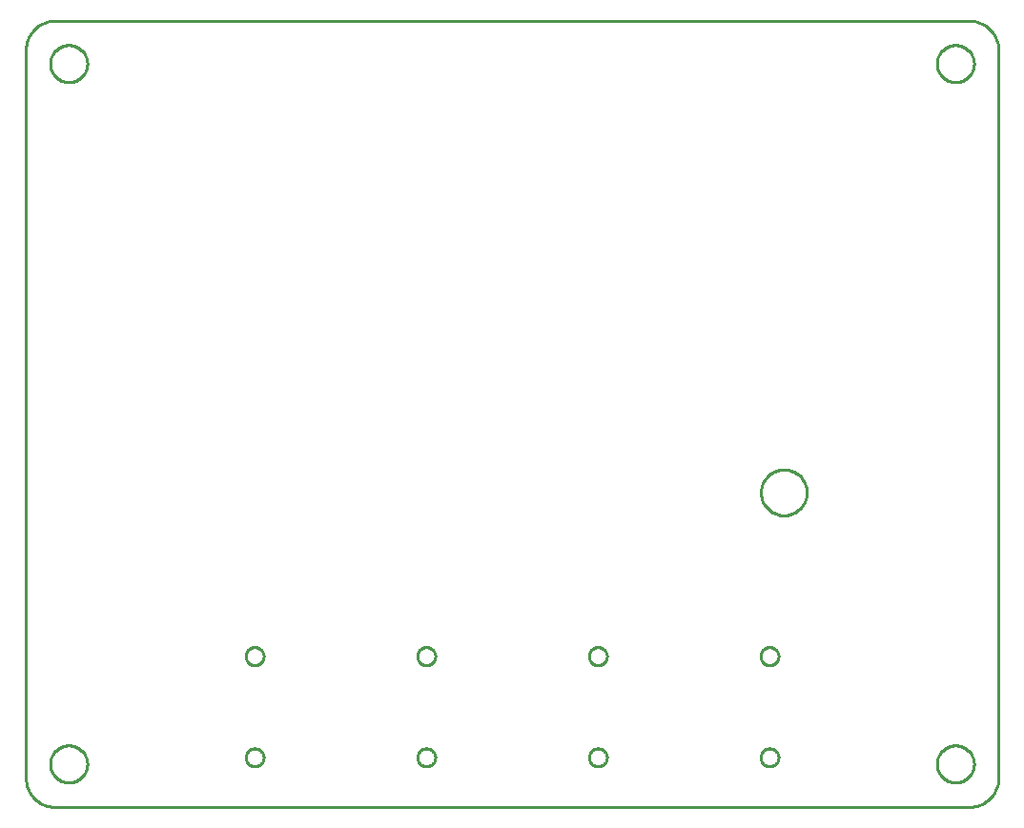
<source format=gbr>
G04 EAGLE Gerber RS-274X export*
G75*
%MOMM*%
%FSLAX34Y34*%
%LPD*%
%IN*%
%IPPOS*%
%AMOC8*
5,1,8,0,0,1.08239X$1,22.5*%
G01*
%ADD10C,0.254000*%


D10*
X0Y25400D02*
X97Y23186D01*
X386Y20989D01*
X865Y18826D01*
X1532Y16713D01*
X2380Y14666D01*
X3403Y12700D01*
X4594Y10831D01*
X5942Y9073D01*
X7440Y7440D01*
X9073Y5942D01*
X10831Y4594D01*
X12700Y3403D01*
X14666Y2380D01*
X16713Y1532D01*
X18826Y865D01*
X20989Y386D01*
X23186Y97D01*
X25400Y0D01*
X838200Y0D01*
X840414Y97D01*
X842611Y386D01*
X844774Y865D01*
X846887Y1532D01*
X848935Y2380D01*
X850900Y3403D01*
X852769Y4594D01*
X854527Y5942D01*
X856161Y7440D01*
X857658Y9073D01*
X859006Y10831D01*
X860197Y12700D01*
X861220Y14666D01*
X862068Y16713D01*
X862735Y18826D01*
X863214Y20989D01*
X863503Y23186D01*
X863600Y25400D01*
X863600Y673100D01*
X863503Y675314D01*
X863214Y677511D01*
X862735Y679674D01*
X862068Y681787D01*
X861220Y683835D01*
X860197Y685800D01*
X859006Y687669D01*
X857658Y689427D01*
X856161Y691061D01*
X854527Y692558D01*
X852769Y693906D01*
X850900Y695097D01*
X848935Y696120D01*
X846887Y696968D01*
X844774Y697635D01*
X842611Y698114D01*
X840414Y698403D01*
X838200Y698500D01*
X25400Y698500D01*
X23186Y698403D01*
X20989Y698114D01*
X18826Y697635D01*
X16713Y696968D01*
X14666Y696120D01*
X12700Y695097D01*
X10831Y693906D01*
X9073Y692558D01*
X7440Y691061D01*
X5942Y689427D01*
X4594Y687669D01*
X3403Y685800D01*
X2380Y683835D01*
X1532Y681787D01*
X865Y679674D01*
X386Y677511D01*
X97Y675314D01*
X0Y673100D01*
X0Y25400D01*
X693420Y278786D02*
X693346Y277560D01*
X693198Y276341D01*
X692976Y275133D01*
X692683Y273941D01*
X692317Y272769D01*
X691882Y271620D01*
X691378Y270501D01*
X690807Y269413D01*
X690172Y268362D01*
X689474Y267352D01*
X688717Y266385D01*
X687903Y265466D01*
X687034Y264597D01*
X686115Y263783D01*
X685148Y263026D01*
X684138Y262328D01*
X683087Y261693D01*
X682000Y261122D01*
X680880Y260618D01*
X679731Y260183D01*
X678559Y259817D01*
X677367Y259524D01*
X676159Y259302D01*
X674940Y259154D01*
X673714Y259080D01*
X672486Y259080D01*
X671260Y259154D01*
X670041Y259302D01*
X668833Y259524D01*
X667641Y259817D01*
X666469Y260183D01*
X665320Y260618D01*
X664201Y261122D01*
X663113Y261693D01*
X662062Y262328D01*
X661052Y263026D01*
X660085Y263783D01*
X659166Y264597D01*
X658297Y265466D01*
X657483Y266385D01*
X656726Y267352D01*
X656028Y268362D01*
X655393Y269413D01*
X654822Y270501D01*
X654318Y271620D01*
X653883Y272769D01*
X653517Y273941D01*
X653224Y275133D01*
X653002Y276341D01*
X652854Y277560D01*
X652780Y278786D01*
X652780Y280014D01*
X652854Y281240D01*
X653002Y282459D01*
X653224Y283667D01*
X653517Y284859D01*
X653883Y286031D01*
X654318Y287180D01*
X654822Y288300D01*
X655393Y289387D01*
X656028Y290438D01*
X656726Y291448D01*
X657483Y292415D01*
X658297Y293334D01*
X659166Y294203D01*
X660085Y295017D01*
X661052Y295774D01*
X662062Y296472D01*
X663113Y297107D01*
X664201Y297678D01*
X665320Y298182D01*
X666469Y298617D01*
X667641Y298983D01*
X668833Y299276D01*
X670041Y299498D01*
X671260Y299646D01*
X672486Y299720D01*
X673714Y299720D01*
X674940Y299646D01*
X676159Y299498D01*
X677367Y299276D01*
X678559Y298983D01*
X679731Y298617D01*
X680880Y298182D01*
X682000Y297678D01*
X683087Y297107D01*
X684138Y296472D01*
X685148Y295774D01*
X686115Y295017D01*
X687034Y294203D01*
X687903Y293334D01*
X688717Y292415D01*
X689474Y291448D01*
X690172Y290438D01*
X690807Y289387D01*
X691378Y288300D01*
X691882Y287180D01*
X692317Y286031D01*
X692683Y284859D01*
X692976Y283667D01*
X693198Y282459D01*
X693346Y281240D01*
X693420Y280014D01*
X693420Y278786D01*
X842010Y37560D02*
X841939Y36481D01*
X841798Y35409D01*
X841587Y34349D01*
X841308Y33305D01*
X840960Y32281D01*
X840546Y31283D01*
X840068Y30313D01*
X839528Y29377D01*
X838927Y28478D01*
X838269Y27621D01*
X837557Y26808D01*
X836792Y26044D01*
X835979Y25331D01*
X835122Y24673D01*
X834223Y24072D01*
X833287Y23532D01*
X832317Y23054D01*
X831319Y22640D01*
X830295Y22292D01*
X829251Y22013D01*
X828191Y21802D01*
X827119Y21661D01*
X826040Y21590D01*
X824960Y21590D01*
X823881Y21661D01*
X822809Y21802D01*
X821749Y22013D01*
X820705Y22292D01*
X819681Y22640D01*
X818683Y23054D01*
X817713Y23532D01*
X816777Y24072D01*
X815878Y24673D01*
X815021Y25331D01*
X814208Y26044D01*
X813444Y26808D01*
X812731Y27621D01*
X812073Y28478D01*
X811472Y29377D01*
X810932Y30313D01*
X810454Y31283D01*
X810040Y32281D01*
X809692Y33305D01*
X809413Y34349D01*
X809202Y35409D01*
X809061Y36481D01*
X808990Y37560D01*
X808990Y38640D01*
X809061Y39719D01*
X809202Y40791D01*
X809413Y41851D01*
X809692Y42895D01*
X810040Y43919D01*
X810454Y44917D01*
X810932Y45887D01*
X811472Y46823D01*
X812073Y47722D01*
X812731Y48579D01*
X813444Y49392D01*
X814208Y50157D01*
X815021Y50869D01*
X815878Y51527D01*
X816777Y52128D01*
X817713Y52668D01*
X818683Y53146D01*
X819681Y53560D01*
X820705Y53908D01*
X821749Y54187D01*
X822809Y54398D01*
X823881Y54539D01*
X824960Y54610D01*
X826040Y54610D01*
X827119Y54539D01*
X828191Y54398D01*
X829251Y54187D01*
X830295Y53908D01*
X831319Y53560D01*
X832317Y53146D01*
X833287Y52668D01*
X834223Y52128D01*
X835122Y51527D01*
X835979Y50869D01*
X836792Y50157D01*
X837557Y49392D01*
X838269Y48579D01*
X838927Y47722D01*
X839528Y46823D01*
X840068Y45887D01*
X840546Y44917D01*
X840960Y43919D01*
X841308Y42895D01*
X841587Y41851D01*
X841798Y40791D01*
X841939Y39719D01*
X842010Y38640D01*
X842010Y37560D01*
X54610Y659860D02*
X54539Y658781D01*
X54398Y657709D01*
X54187Y656649D01*
X53908Y655605D01*
X53560Y654581D01*
X53146Y653583D01*
X52668Y652613D01*
X52128Y651677D01*
X51527Y650778D01*
X50869Y649921D01*
X50157Y649108D01*
X49392Y648344D01*
X48579Y647631D01*
X47722Y646973D01*
X46823Y646372D01*
X45887Y645832D01*
X44917Y645354D01*
X43919Y644940D01*
X42895Y644592D01*
X41851Y644313D01*
X40791Y644102D01*
X39719Y643961D01*
X38640Y643890D01*
X37560Y643890D01*
X36481Y643961D01*
X35409Y644102D01*
X34349Y644313D01*
X33305Y644592D01*
X32281Y644940D01*
X31283Y645354D01*
X30313Y645832D01*
X29377Y646372D01*
X28478Y646973D01*
X27621Y647631D01*
X26808Y648344D01*
X26044Y649108D01*
X25331Y649921D01*
X24673Y650778D01*
X24072Y651677D01*
X23532Y652613D01*
X23054Y653583D01*
X22640Y654581D01*
X22292Y655605D01*
X22013Y656649D01*
X21802Y657709D01*
X21661Y658781D01*
X21590Y659860D01*
X21590Y660940D01*
X21661Y662019D01*
X21802Y663091D01*
X22013Y664151D01*
X22292Y665195D01*
X22640Y666219D01*
X23054Y667217D01*
X23532Y668187D01*
X24072Y669123D01*
X24673Y670022D01*
X25331Y670879D01*
X26044Y671692D01*
X26808Y672457D01*
X27621Y673169D01*
X28478Y673827D01*
X29377Y674428D01*
X30313Y674968D01*
X31283Y675446D01*
X32281Y675860D01*
X33305Y676208D01*
X34349Y676487D01*
X35409Y676698D01*
X36481Y676839D01*
X37560Y676910D01*
X38640Y676910D01*
X39719Y676839D01*
X40791Y676698D01*
X41851Y676487D01*
X42895Y676208D01*
X43919Y675860D01*
X44917Y675446D01*
X45887Y674968D01*
X46823Y674428D01*
X47722Y673827D01*
X48579Y673169D01*
X49392Y672457D01*
X50157Y671692D01*
X50869Y670879D01*
X51527Y670022D01*
X52128Y669123D01*
X52668Y668187D01*
X53146Y667217D01*
X53560Y666219D01*
X53908Y665195D01*
X54187Y664151D01*
X54398Y663091D01*
X54539Y662019D01*
X54610Y660940D01*
X54610Y659860D01*
X842010Y659860D02*
X841939Y658781D01*
X841798Y657709D01*
X841587Y656649D01*
X841308Y655605D01*
X840960Y654581D01*
X840546Y653583D01*
X840068Y652613D01*
X839528Y651677D01*
X838927Y650778D01*
X838269Y649921D01*
X837557Y649108D01*
X836792Y648344D01*
X835979Y647631D01*
X835122Y646973D01*
X834223Y646372D01*
X833287Y645832D01*
X832317Y645354D01*
X831319Y644940D01*
X830295Y644592D01*
X829251Y644313D01*
X828191Y644102D01*
X827119Y643961D01*
X826040Y643890D01*
X824960Y643890D01*
X823881Y643961D01*
X822809Y644102D01*
X821749Y644313D01*
X820705Y644592D01*
X819681Y644940D01*
X818683Y645354D01*
X817713Y645832D01*
X816777Y646372D01*
X815878Y646973D01*
X815021Y647631D01*
X814208Y648344D01*
X813444Y649108D01*
X812731Y649921D01*
X812073Y650778D01*
X811472Y651677D01*
X810932Y652613D01*
X810454Y653583D01*
X810040Y654581D01*
X809692Y655605D01*
X809413Y656649D01*
X809202Y657709D01*
X809061Y658781D01*
X808990Y659860D01*
X808990Y660940D01*
X809061Y662019D01*
X809202Y663091D01*
X809413Y664151D01*
X809692Y665195D01*
X810040Y666219D01*
X810454Y667217D01*
X810932Y668187D01*
X811472Y669123D01*
X812073Y670022D01*
X812731Y670879D01*
X813444Y671692D01*
X814208Y672457D01*
X815021Y673169D01*
X815878Y673827D01*
X816777Y674428D01*
X817713Y674968D01*
X818683Y675446D01*
X819681Y675860D01*
X820705Y676208D01*
X821749Y676487D01*
X822809Y676698D01*
X823881Y676839D01*
X824960Y676910D01*
X826040Y676910D01*
X827119Y676839D01*
X828191Y676698D01*
X829251Y676487D01*
X830295Y676208D01*
X831319Y675860D01*
X832317Y675446D01*
X833287Y674968D01*
X834223Y674428D01*
X835122Y673827D01*
X835979Y673169D01*
X836792Y672457D01*
X837557Y671692D01*
X838269Y670879D01*
X838927Y670022D01*
X839528Y669123D01*
X840068Y668187D01*
X840546Y667217D01*
X840960Y666219D01*
X841308Y665195D01*
X841587Y664151D01*
X841798Y663091D01*
X841939Y662019D01*
X842010Y660940D01*
X842010Y659860D01*
X54610Y37560D02*
X54539Y36481D01*
X54398Y35409D01*
X54187Y34349D01*
X53908Y33305D01*
X53560Y32281D01*
X53146Y31283D01*
X52668Y30313D01*
X52128Y29377D01*
X51527Y28478D01*
X50869Y27621D01*
X50157Y26808D01*
X49392Y26044D01*
X48579Y25331D01*
X47722Y24673D01*
X46823Y24072D01*
X45887Y23532D01*
X44917Y23054D01*
X43919Y22640D01*
X42895Y22292D01*
X41851Y22013D01*
X40791Y21802D01*
X39719Y21661D01*
X38640Y21590D01*
X37560Y21590D01*
X36481Y21661D01*
X35409Y21802D01*
X34349Y22013D01*
X33305Y22292D01*
X32281Y22640D01*
X31283Y23054D01*
X30313Y23532D01*
X29377Y24072D01*
X28478Y24673D01*
X27621Y25331D01*
X26808Y26044D01*
X26044Y26808D01*
X25331Y27621D01*
X24673Y28478D01*
X24072Y29377D01*
X23532Y30313D01*
X23054Y31283D01*
X22640Y32281D01*
X22292Y33305D01*
X22013Y34349D01*
X21802Y35409D01*
X21661Y36481D01*
X21590Y37560D01*
X21590Y38640D01*
X21661Y39719D01*
X21802Y40791D01*
X22013Y41851D01*
X22292Y42895D01*
X22640Y43919D01*
X23054Y44917D01*
X23532Y45887D01*
X24072Y46823D01*
X24673Y47722D01*
X25331Y48579D01*
X26044Y49392D01*
X26808Y50157D01*
X27621Y50869D01*
X28478Y51527D01*
X29377Y52128D01*
X30313Y52668D01*
X31283Y53146D01*
X32281Y53560D01*
X33305Y53908D01*
X34349Y54187D01*
X35409Y54398D01*
X36481Y54539D01*
X37560Y54610D01*
X38640Y54610D01*
X39719Y54539D01*
X40791Y54398D01*
X41851Y54187D01*
X42895Y53908D01*
X43919Y53560D01*
X44917Y53146D01*
X45887Y52668D01*
X46823Y52128D01*
X47722Y51527D01*
X48579Y50869D01*
X49392Y50157D01*
X50157Y49392D01*
X50869Y48579D01*
X51527Y47722D01*
X52128Y46823D01*
X52668Y45887D01*
X53146Y44917D01*
X53560Y43919D01*
X53908Y42895D01*
X54187Y41851D01*
X54398Y40791D01*
X54539Y39719D01*
X54610Y38640D01*
X54610Y37560D01*
X211200Y133507D02*
X211123Y132725D01*
X210970Y131954D01*
X210741Y131202D01*
X210441Y130475D01*
X210070Y129782D01*
X209633Y129129D01*
X209135Y128521D01*
X208579Y127965D01*
X207971Y127467D01*
X207318Y127030D01*
X206625Y126659D01*
X205898Y126359D01*
X205146Y126130D01*
X204375Y125977D01*
X203593Y125900D01*
X202807Y125900D01*
X202025Y125977D01*
X201254Y126130D01*
X200502Y126359D01*
X199775Y126659D01*
X199082Y127030D01*
X198429Y127467D01*
X197821Y127965D01*
X197265Y128521D01*
X196767Y129129D01*
X196330Y129782D01*
X195959Y130475D01*
X195659Y131202D01*
X195430Y131954D01*
X195277Y132725D01*
X195200Y133507D01*
X195200Y134293D01*
X195277Y135075D01*
X195430Y135846D01*
X195659Y136598D01*
X195959Y137325D01*
X196330Y138018D01*
X196767Y138671D01*
X197265Y139279D01*
X197821Y139835D01*
X198429Y140333D01*
X199082Y140770D01*
X199775Y141141D01*
X200502Y141441D01*
X201254Y141670D01*
X202025Y141823D01*
X202807Y141900D01*
X203593Y141900D01*
X204375Y141823D01*
X205146Y141670D01*
X205898Y141441D01*
X206625Y141141D01*
X207318Y140770D01*
X207971Y140333D01*
X208579Y139835D01*
X209135Y139279D01*
X209633Y138671D01*
X210070Y138018D01*
X210441Y137325D01*
X210741Y136598D01*
X210970Y135846D01*
X211123Y135075D01*
X211200Y134293D01*
X211200Y133507D01*
X211200Y43507D02*
X211123Y42725D01*
X210970Y41954D01*
X210741Y41202D01*
X210441Y40475D01*
X210070Y39782D01*
X209633Y39129D01*
X209135Y38521D01*
X208579Y37965D01*
X207971Y37467D01*
X207318Y37030D01*
X206625Y36659D01*
X205898Y36359D01*
X205146Y36130D01*
X204375Y35977D01*
X203593Y35900D01*
X202807Y35900D01*
X202025Y35977D01*
X201254Y36130D01*
X200502Y36359D01*
X199775Y36659D01*
X199082Y37030D01*
X198429Y37467D01*
X197821Y37965D01*
X197265Y38521D01*
X196767Y39129D01*
X196330Y39782D01*
X195959Y40475D01*
X195659Y41202D01*
X195430Y41954D01*
X195277Y42725D01*
X195200Y43507D01*
X195200Y44293D01*
X195277Y45075D01*
X195430Y45846D01*
X195659Y46598D01*
X195959Y47325D01*
X196330Y48018D01*
X196767Y48671D01*
X197265Y49279D01*
X197821Y49835D01*
X198429Y50333D01*
X199082Y50770D01*
X199775Y51141D01*
X200502Y51441D01*
X201254Y51670D01*
X202025Y51823D01*
X202807Y51900D01*
X203593Y51900D01*
X204375Y51823D01*
X205146Y51670D01*
X205898Y51441D01*
X206625Y51141D01*
X207318Y50770D01*
X207971Y50333D01*
X208579Y49835D01*
X209135Y49279D01*
X209633Y48671D01*
X210070Y48018D01*
X210441Y47325D01*
X210741Y46598D01*
X210970Y45846D01*
X211123Y45075D01*
X211200Y44293D01*
X211200Y43507D01*
X363600Y133507D02*
X363523Y132725D01*
X363370Y131954D01*
X363141Y131202D01*
X362841Y130475D01*
X362470Y129782D01*
X362033Y129129D01*
X361535Y128521D01*
X360979Y127965D01*
X360371Y127467D01*
X359718Y127030D01*
X359025Y126659D01*
X358298Y126359D01*
X357546Y126130D01*
X356775Y125977D01*
X355993Y125900D01*
X355207Y125900D01*
X354425Y125977D01*
X353654Y126130D01*
X352902Y126359D01*
X352175Y126659D01*
X351482Y127030D01*
X350829Y127467D01*
X350221Y127965D01*
X349665Y128521D01*
X349167Y129129D01*
X348730Y129782D01*
X348359Y130475D01*
X348059Y131202D01*
X347830Y131954D01*
X347677Y132725D01*
X347600Y133507D01*
X347600Y134293D01*
X347677Y135075D01*
X347830Y135846D01*
X348059Y136598D01*
X348359Y137325D01*
X348730Y138018D01*
X349167Y138671D01*
X349665Y139279D01*
X350221Y139835D01*
X350829Y140333D01*
X351482Y140770D01*
X352175Y141141D01*
X352902Y141441D01*
X353654Y141670D01*
X354425Y141823D01*
X355207Y141900D01*
X355993Y141900D01*
X356775Y141823D01*
X357546Y141670D01*
X358298Y141441D01*
X359025Y141141D01*
X359718Y140770D01*
X360371Y140333D01*
X360979Y139835D01*
X361535Y139279D01*
X362033Y138671D01*
X362470Y138018D01*
X362841Y137325D01*
X363141Y136598D01*
X363370Y135846D01*
X363523Y135075D01*
X363600Y134293D01*
X363600Y133507D01*
X363600Y43507D02*
X363523Y42725D01*
X363370Y41954D01*
X363141Y41202D01*
X362841Y40475D01*
X362470Y39782D01*
X362033Y39129D01*
X361535Y38521D01*
X360979Y37965D01*
X360371Y37467D01*
X359718Y37030D01*
X359025Y36659D01*
X358298Y36359D01*
X357546Y36130D01*
X356775Y35977D01*
X355993Y35900D01*
X355207Y35900D01*
X354425Y35977D01*
X353654Y36130D01*
X352902Y36359D01*
X352175Y36659D01*
X351482Y37030D01*
X350829Y37467D01*
X350221Y37965D01*
X349665Y38521D01*
X349167Y39129D01*
X348730Y39782D01*
X348359Y40475D01*
X348059Y41202D01*
X347830Y41954D01*
X347677Y42725D01*
X347600Y43507D01*
X347600Y44293D01*
X347677Y45075D01*
X347830Y45846D01*
X348059Y46598D01*
X348359Y47325D01*
X348730Y48018D01*
X349167Y48671D01*
X349665Y49279D01*
X350221Y49835D01*
X350829Y50333D01*
X351482Y50770D01*
X352175Y51141D01*
X352902Y51441D01*
X353654Y51670D01*
X354425Y51823D01*
X355207Y51900D01*
X355993Y51900D01*
X356775Y51823D01*
X357546Y51670D01*
X358298Y51441D01*
X359025Y51141D01*
X359718Y50770D01*
X360371Y50333D01*
X360979Y49835D01*
X361535Y49279D01*
X362033Y48671D01*
X362470Y48018D01*
X362841Y47325D01*
X363141Y46598D01*
X363370Y45846D01*
X363523Y45075D01*
X363600Y44293D01*
X363600Y43507D01*
X516000Y133507D02*
X515923Y132725D01*
X515770Y131954D01*
X515541Y131202D01*
X515241Y130475D01*
X514870Y129782D01*
X514433Y129129D01*
X513935Y128521D01*
X513379Y127965D01*
X512771Y127467D01*
X512118Y127030D01*
X511425Y126659D01*
X510698Y126359D01*
X509946Y126130D01*
X509175Y125977D01*
X508393Y125900D01*
X507607Y125900D01*
X506825Y125977D01*
X506054Y126130D01*
X505302Y126359D01*
X504575Y126659D01*
X503882Y127030D01*
X503229Y127467D01*
X502621Y127965D01*
X502065Y128521D01*
X501567Y129129D01*
X501130Y129782D01*
X500759Y130475D01*
X500459Y131202D01*
X500230Y131954D01*
X500077Y132725D01*
X500000Y133507D01*
X500000Y134293D01*
X500077Y135075D01*
X500230Y135846D01*
X500459Y136598D01*
X500759Y137325D01*
X501130Y138018D01*
X501567Y138671D01*
X502065Y139279D01*
X502621Y139835D01*
X503229Y140333D01*
X503882Y140770D01*
X504575Y141141D01*
X505302Y141441D01*
X506054Y141670D01*
X506825Y141823D01*
X507607Y141900D01*
X508393Y141900D01*
X509175Y141823D01*
X509946Y141670D01*
X510698Y141441D01*
X511425Y141141D01*
X512118Y140770D01*
X512771Y140333D01*
X513379Y139835D01*
X513935Y139279D01*
X514433Y138671D01*
X514870Y138018D01*
X515241Y137325D01*
X515541Y136598D01*
X515770Y135846D01*
X515923Y135075D01*
X516000Y134293D01*
X516000Y133507D01*
X516000Y43507D02*
X515923Y42725D01*
X515770Y41954D01*
X515541Y41202D01*
X515241Y40475D01*
X514870Y39782D01*
X514433Y39129D01*
X513935Y38521D01*
X513379Y37965D01*
X512771Y37467D01*
X512118Y37030D01*
X511425Y36659D01*
X510698Y36359D01*
X509946Y36130D01*
X509175Y35977D01*
X508393Y35900D01*
X507607Y35900D01*
X506825Y35977D01*
X506054Y36130D01*
X505302Y36359D01*
X504575Y36659D01*
X503882Y37030D01*
X503229Y37467D01*
X502621Y37965D01*
X502065Y38521D01*
X501567Y39129D01*
X501130Y39782D01*
X500759Y40475D01*
X500459Y41202D01*
X500230Y41954D01*
X500077Y42725D01*
X500000Y43507D01*
X500000Y44293D01*
X500077Y45075D01*
X500230Y45846D01*
X500459Y46598D01*
X500759Y47325D01*
X501130Y48018D01*
X501567Y48671D01*
X502065Y49279D01*
X502621Y49835D01*
X503229Y50333D01*
X503882Y50770D01*
X504575Y51141D01*
X505302Y51441D01*
X506054Y51670D01*
X506825Y51823D01*
X507607Y51900D01*
X508393Y51900D01*
X509175Y51823D01*
X509946Y51670D01*
X510698Y51441D01*
X511425Y51141D01*
X512118Y50770D01*
X512771Y50333D01*
X513379Y49835D01*
X513935Y49279D01*
X514433Y48671D01*
X514870Y48018D01*
X515241Y47325D01*
X515541Y46598D01*
X515770Y45846D01*
X515923Y45075D01*
X516000Y44293D01*
X516000Y43507D01*
X668400Y133507D02*
X668323Y132725D01*
X668170Y131954D01*
X667941Y131202D01*
X667641Y130475D01*
X667270Y129782D01*
X666833Y129129D01*
X666335Y128521D01*
X665779Y127965D01*
X665171Y127467D01*
X664518Y127030D01*
X663825Y126659D01*
X663098Y126359D01*
X662346Y126130D01*
X661575Y125977D01*
X660793Y125900D01*
X660007Y125900D01*
X659225Y125977D01*
X658454Y126130D01*
X657702Y126359D01*
X656975Y126659D01*
X656282Y127030D01*
X655629Y127467D01*
X655021Y127965D01*
X654465Y128521D01*
X653967Y129129D01*
X653530Y129782D01*
X653159Y130475D01*
X652859Y131202D01*
X652630Y131954D01*
X652477Y132725D01*
X652400Y133507D01*
X652400Y134293D01*
X652477Y135075D01*
X652630Y135846D01*
X652859Y136598D01*
X653159Y137325D01*
X653530Y138018D01*
X653967Y138671D01*
X654465Y139279D01*
X655021Y139835D01*
X655629Y140333D01*
X656282Y140770D01*
X656975Y141141D01*
X657702Y141441D01*
X658454Y141670D01*
X659225Y141823D01*
X660007Y141900D01*
X660793Y141900D01*
X661575Y141823D01*
X662346Y141670D01*
X663098Y141441D01*
X663825Y141141D01*
X664518Y140770D01*
X665171Y140333D01*
X665779Y139835D01*
X666335Y139279D01*
X666833Y138671D01*
X667270Y138018D01*
X667641Y137325D01*
X667941Y136598D01*
X668170Y135846D01*
X668323Y135075D01*
X668400Y134293D01*
X668400Y133507D01*
X668400Y43507D02*
X668323Y42725D01*
X668170Y41954D01*
X667941Y41202D01*
X667641Y40475D01*
X667270Y39782D01*
X666833Y39129D01*
X666335Y38521D01*
X665779Y37965D01*
X665171Y37467D01*
X664518Y37030D01*
X663825Y36659D01*
X663098Y36359D01*
X662346Y36130D01*
X661575Y35977D01*
X660793Y35900D01*
X660007Y35900D01*
X659225Y35977D01*
X658454Y36130D01*
X657702Y36359D01*
X656975Y36659D01*
X656282Y37030D01*
X655629Y37467D01*
X655021Y37965D01*
X654465Y38521D01*
X653967Y39129D01*
X653530Y39782D01*
X653159Y40475D01*
X652859Y41202D01*
X652630Y41954D01*
X652477Y42725D01*
X652400Y43507D01*
X652400Y44293D01*
X652477Y45075D01*
X652630Y45846D01*
X652859Y46598D01*
X653159Y47325D01*
X653530Y48018D01*
X653967Y48671D01*
X654465Y49279D01*
X655021Y49835D01*
X655629Y50333D01*
X656282Y50770D01*
X656975Y51141D01*
X657702Y51441D01*
X658454Y51670D01*
X659225Y51823D01*
X660007Y51900D01*
X660793Y51900D01*
X661575Y51823D01*
X662346Y51670D01*
X663098Y51441D01*
X663825Y51141D01*
X664518Y50770D01*
X665171Y50333D01*
X665779Y49835D01*
X666335Y49279D01*
X666833Y48671D01*
X667270Y48018D01*
X667641Y47325D01*
X667941Y46598D01*
X668170Y45846D01*
X668323Y45075D01*
X668400Y44293D01*
X668400Y43507D01*
M02*

</source>
